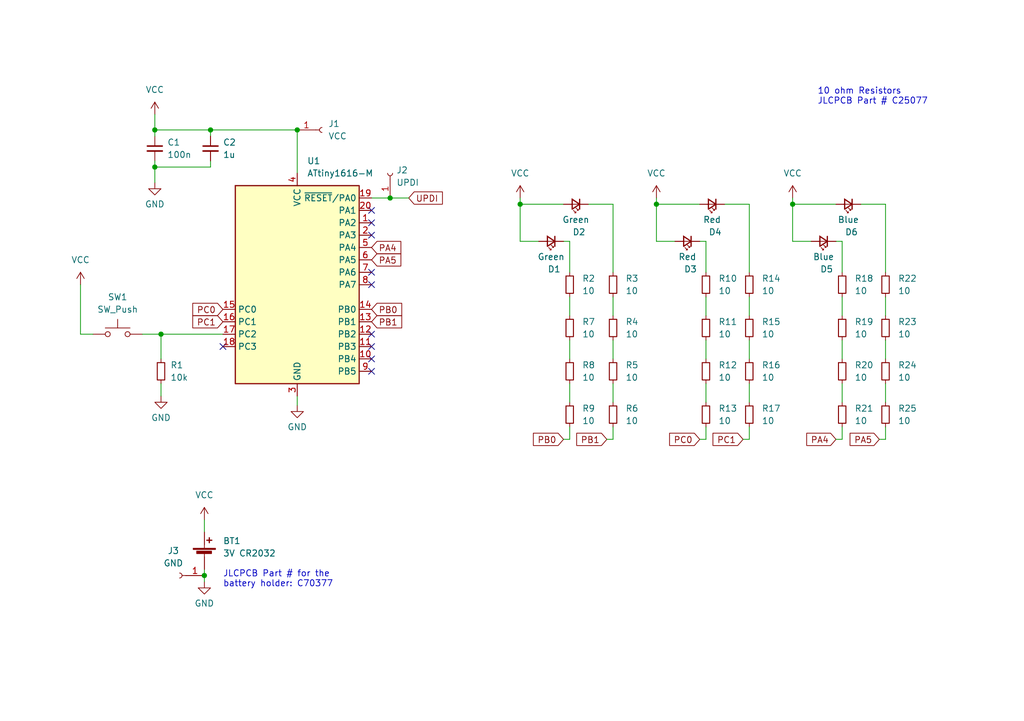
<source format=kicad_sch>
(kicad_sch (version 20211123) (generator eeschema)
  (paper "A5")
  (title_block (title "tiny-osean") (date "2022-11-21") (rev "B") (company "gluonsmx"))
  (lib_symbols
    (symbol "Connector:Conn_01x01_Female" (pin_names (offset 1.016) hide)
      (property "Reference" "J" (at 0 2.54 0))
      (property "Value" "Conn_01x01_Female" (at 0 -2.54 0))
      (symbol "Conn_01x01_Female_1_1"
        (polyline (pts (xy -1.27 0) (xy -0.508 0)) (stroke (width 0.1524)))
        (arc (start 0 0.508) (mid -0.508 0) (end 0 -0.508) (stroke (width 0.1524)))
        (pin passive line (at -5.08 0 0) (length 3.81) (name "Pin_1") (number "1"))
      )
    )
    (symbol "Device:Battery_Cell" (pin_numbers hide) (pin_names (offset 0) hide)
      (property "Reference" "BT" (at 2.54 2.54 0))
      (property "Value" "Battery_Cell" (at 2.54 0 0))
      (symbol "Battery_Cell_0_1"
        (rectangle (start -2.286 1.778) (end 2.286 1.524) (fill (type outline)))
        (rectangle (start -1.5748 1.1938) (end 1.4732 0.6858) (fill (type outline)))
        (polyline (pts (xy 0 0.762) (xy 0 0)))
        (polyline (pts (xy 0 1.778) (xy 0 2.54)))
        (polyline (pts (xy 0.508 3.429) (xy 1.524 3.429)) (stroke (width 0.254)))
        (polyline (pts (xy 1.016 3.937) (xy 1.016 2.921)) (stroke (width 0.254)))
      )
      (symbol "Battery_Cell_1_1"
        (pin passive line (at 0 5.08 270) (length 2.54) (name "+") (number "1"))
        (pin passive line (at 0 -2.54 90) (length 2.54) (name "-") (number "2"))
      )
    )
    (symbol "Device:C_Small" (pin_numbers hide) (pin_names (offset 0.254) hide)
      (property "Reference" "C" (at 0.254 1.778 0))
      (property "Value" "C_Small" (at 0.254 -2.032 0))
      (symbol "C_Small_0_1"
        (polyline (pts (xy -1.524 -0.508) (xy 1.524 -0.508)) (stroke (width 0.3302)))
        (polyline (pts (xy -1.524 0.508) (xy 1.524 0.508)) (stroke (width 0.3048)))
      )
      (symbol "C_Small_1_1"
        (pin passive line (at 0 2.54 270) (length 2.032) (name "~") (number "1"))
        (pin passive line (at 0 -2.54 90) (length 2.032) (name "~") (number "2"))
      )
    )
    (symbol "Device:LED_Small" (pin_numbers hide) (pin_names (offset 0.254) hide)
      (property "Reference" "D" (at -1.27 3.175 0))
      (property "Value" "LED_Small" (at -4.445 -2.54 0))
      (symbol "LED_Small_0_1"
        (polyline (pts (xy -0.762 -1.016) (xy -0.762 1.016)) (stroke (width 0.254)))
        (polyline (pts (xy 1.016 0) (xy -0.762 0)))
        (polyline (pts (xy 0.762 -1.016) (xy -0.762 0) (xy 0.762 1.016) (xy 0.762 -1.016)) (stroke (width 0.254)))
        (polyline (pts (xy 0 0.762) (xy -0.508 1.27) (xy -0.254 1.27) (xy -0.508 1.27) (xy -0.508 1.016)))
        (polyline (pts (xy 0.508 1.27) (xy 0 1.778) (xy 0.254 1.778) (xy 0 1.778) (xy 0 1.524)))
      )
      (symbol "LED_Small_1_1"
        (pin passive line (at -2.54 0 0) (length 1.778) (name "K") (number "1"))
        (pin passive line (at 2.54 0 180) (length 1.778) (name "A") (number "2"))
      )
    )
    (symbol "Device:R_Small" (pin_numbers hide) (pin_names (offset 0.254) hide)
      (property "Reference" "R" (at 0.762 0.508 0))
      (property "Value" "R_Small" (at 0.762 -1.016 0))
      (symbol "R_Small_0_1"
        (rectangle (start -0.762 1.778) (end 0.762 -1.778) (stroke (width 0.2032)))
      )
      (symbol "R_Small_1_1"
        (pin passive line (at 0 2.54 270) (length 0.762) (name "~") (number "1"))
        (pin passive line (at 0 -2.54 90) (length 0.762) (name "~") (number "2"))
      )
    )
    (symbol "MCU_Microchip_ATtiny:ATtiny816-M"
      (property "Reference" "U" (at -12.7 21.59 0))
      (property "Value" "ATtiny816-M" (at 2.54 -21.59 0))
      (symbol "ATtiny816-M_0_1"
        (rectangle (start -12.7 -20.32) (end 12.7 20.32) (stroke (width 0.254)) (fill (type background)))
      )
      (symbol "ATtiny816-M_1_1"
        (pin bidirectional line (at 15.24 12.7 180) (length 2.54) (name "PA2") (number "1"))
        (pin bidirectional line (at 15.24 -15.24 180) (length 2.54) (name "PB4") (number "10"))
        (pin bidirectional line (at 15.24 -12.7 180) (length 2.54) (name "PB3") (number "11"))
        (pin bidirectional line (at 15.24 -10.16 180) (length 2.54) (name "PB2") (number "12"))
        (pin bidirectional line (at 15.24 -7.62 180) (length 2.54) (name "PB1") (number "13"))
        (pin bidirectional line (at 15.24 -5.08 180) (length 2.54) (name "PB0") (number "14"))
        (pin bidirectional line (at -15.24 -5.08 0) (length 2.54) (name "PC0") (number "15"))
        (pin bidirectional line (at -15.24 -7.62 0) (length 2.54) (name "PC1") (number "16"))
        (pin bidirectional line (at -15.24 -10.16 0) (length 2.54) (name "PC2") (number "17"))
        (pin bidirectional line (at -15.24 -12.7 0) (length 2.54) (name "PC3") (number "18"))
        (pin bidirectional line (at 15.24 17.78 180) (length 2.54) (name "~{RESET}/PA0") (number "19"))
        (pin bidirectional line (at 15.24 10.16 180) (length 2.54) (name "PA3") (number "2"))
        (pin bidirectional line (at 15.24 15.24 180) (length 2.54) (name "PA1") (number "20"))
        (pin passive line (at 0 -22.86 90) (length 2.54) hide (name "GND") (number "21"))
        (pin power_in line (at 0 -22.86 90) (length 2.54) (name "GND") (number "3"))
        (pin power_in line (at 0 22.86 270) (length 2.54) (name "VCC") (number "4"))
        (pin bidirectional line (at 15.24 7.62 180) (length 2.54) (name "PA4") (number "5"))
        (pin bidirectional line (at 15.24 5.08 180) (length 2.54) (name "PA5") (number "6"))
        (pin bidirectional line (at 15.24 2.54 180) (length 2.54) (name "PA6") (number "7"))
        (pin bidirectional line (at 15.24 0 180) (length 2.54) (name "PA7") (number "8"))
        (pin bidirectional line (at 15.24 -17.78 180) (length 2.54) (name "PB5") (number "9"))
      )
    )
    (symbol "Switch:SW_Push" (pin_numbers hide) (pin_names (offset 1.016) hide)
      (property "Reference" "SW" (at 1.27 2.54 0))
      (property "Value" "SW_Push" (at 0 -1.524 0))
      (symbol "SW_Push_0_1"
        (circle (center -2.032 0) (radius 0.508))
        (polyline (pts (xy 0 1.27) (xy 0 3.048)))
        (polyline (pts (xy 2.54 1.27) (xy -2.54 1.27)))
        (circle (center 2.032 0) (radius 0.508))
        (pin passive line (at -5.08 0 0) (length 2.54) (name "1") (number "1"))
        (pin passive line (at 5.08 0 180) (length 2.54) (name "2") (number "2"))
      )
    )
    (symbol "power:GND" (power) (pin_names (offset 0))
      (property "Value" "GND" (at 0 -3.81 0))
      (symbol "GND_0_1"
        (polyline (pts (xy 0 0) (xy 0 -1.27) (xy 1.27 -1.27) (xy 0 -2.54) (xy -1.27 -1.27) (xy 0 -1.27)))
      )
      (symbol "GND_1_1"
        (pin power_in line (at 0 0 270) (length 0) hide (name "GND") (number "1"))
      )
    )
    (symbol "power:VCC" (power) (pin_names (offset 0))
      (property "Value" "VCC" (at 0 3.81 0))
      (symbol "VCC_0_1"
        (polyline (pts (xy -0.762 1.27) (xy 0 2.54)))
        (polyline (pts (xy 0 0) (xy 0 2.54)))
        (polyline (pts (xy 0 2.54) (xy 0.762 1.27)))
      )
      (symbol "VCC_1_1"
        (pin power_in line (at 0 0 90) (length 0) hide (name "VCC") (number "1"))
      )
    )
  )
  (junction (at 162.56 41.91))
  (junction (at 33.02 68.58))
  (junction (at 31.75 34.29))
  (junction (at 134.62 41.91))
  (junction (at 106.68 41.91))
  (junction (at 43.18 26.67))
  (junction (at 31.75 26.67))
  (junction (at 60.96 26.67))
  (junction (at 80.01 40.64))
  (junction (at 41.91 118.11))
  (no_connect (at 45.72 71.12))
  (no_connect (at 76.2 73.66))
  (no_connect (at 76.2 76.2))
  (no_connect (at 76.2 48.26))
  (no_connect (at 76.2 43.18))
  (no_connect (at 76.2 45.72))
  (no_connect (at 76.2 68.58))
  (no_connect (at 76.2 71.12))
  (no_connect (at 76.2 58.42))
  (no_connect (at 76.2 55.88))
  (wire (pts (xy 172.72 60.96) (xy 172.72 64.77)))
  (wire (pts (xy 134.62 41.91) (xy 143.51 41.91)))
  (wire (pts (xy 31.75 23.495) (xy 31.75 26.67)))
  (wire (pts (xy 181.61 78.74) (xy 181.61 82.55)))
  (wire (pts (xy 172.72 78.74) (xy 172.72 82.55)))
  (wire (pts (xy 144.78 87.63) (xy 144.78 90.17)))
  (wire (pts (xy 31.75 33.02) (xy 31.75 34.29)))
  (wire (pts (xy 134.62 40.64) (xy 134.62 41.91)))
  (wire (pts (xy 80.01 40.64) (xy 76.2 40.64)))
  (wire (pts (xy 31.75 26.67) (xy 43.18 26.67)))
  (wire (pts (xy 43.18 34.29) (xy 43.18 33.02)))
  (wire (pts (xy 125.73 90.17) (xy 124.46 90.17)))
  (wire (pts (xy 120.65 41.91) (xy 125.73 41.91)))
  (wire (pts (xy 144.78 90.17) (xy 143.51 90.17)))
  (wire (pts (xy 181.61 87.63) (xy 181.61 90.17)))
  (wire (pts (xy 153.67 69.85) (xy 153.67 73.66)))
  (wire (pts (xy 106.68 40.64) (xy 106.68 41.91)))
  (wire (pts (xy 125.73 41.91) (xy 125.73 55.88)))
  (wire (pts (xy 171.45 49.53) (xy 172.72 49.53)))
  (wire (pts (xy 41.91 118.11) (xy 41.91 119.38)))
  (wire (pts (xy 153.67 87.63) (xy 153.67 90.17)))
  (wire (pts (xy 60.96 26.67) (xy 43.18 26.67)))
  (wire (pts (xy 144.78 69.85) (xy 144.78 73.66)))
  (wire (pts (xy 162.56 41.91) (xy 162.56 49.53)))
  (wire (pts (xy 60.96 81.28) (xy 60.96 83.185)))
  (wire (pts (xy 162.56 40.64) (xy 162.56 41.91)))
  (wire (pts (xy 172.72 87.63) (xy 172.72 90.17)))
  (wire (pts (xy 116.84 87.63) (xy 116.84 90.17)))
  (wire (pts (xy 162.56 49.53) (xy 166.37 49.53)))
  (wire (pts (xy 134.62 41.91) (xy 134.62 49.53)))
  (wire (pts (xy 134.62 49.53) (xy 138.43 49.53)))
  (wire (pts (xy 116.84 49.53) (xy 116.84 55.88)))
  (wire (pts (xy 41.91 106.68) (xy 41.91 109.22)))
  (wire (pts (xy 144.78 60.96) (xy 144.78 64.77)))
  (wire (pts (xy 172.72 90.17) (xy 171.45 90.17)))
  (wire (pts (xy 144.78 49.53) (xy 144.78 55.88)))
  (wire (pts (xy 106.68 49.53) (xy 110.49 49.53)))
  (wire (pts (xy 31.75 34.29) (xy 31.75 37.465)))
  (wire (pts (xy 116.84 60.96) (xy 116.84 64.77)))
  (wire (pts (xy 172.72 49.53) (xy 172.72 55.88)))
  (wire (pts (xy 153.67 60.96) (xy 153.67 64.77)))
  (wire (pts (xy 43.18 26.67) (xy 43.18 27.94)))
  (wire (pts (xy 31.75 27.94) (xy 31.75 26.67)))
  (wire (pts (xy 181.61 60.96) (xy 181.61 64.77)))
  (wire (pts (xy 115.57 49.53) (xy 116.84 49.53)))
  (wire (pts (xy 176.53 41.91) (xy 181.61 41.91)))
  (wire (pts (xy 144.78 78.74) (xy 144.78 82.55)))
  (wire (pts (xy 181.61 90.17) (xy 180.34 90.17)))
  (wire (pts (xy 41.91 116.84) (xy 41.91 118.11)))
  (wire (pts (xy 172.72 69.85) (xy 172.72 73.66)))
  (wire (pts (xy 143.51 49.53) (xy 144.78 49.53)))
  (wire (pts (xy 106.68 41.91) (xy 115.57 41.91)))
  (wire (pts (xy 153.67 78.74) (xy 153.67 82.55)))
  (wire (pts (xy 153.67 90.17) (xy 152.4 90.17)))
  (wire (pts (xy 31.75 34.29) (xy 43.18 34.29)))
  (wire (pts (xy 125.73 87.63) (xy 125.73 90.17)))
  (wire (pts (xy 162.56 41.91) (xy 171.45 41.91)))
  (wire (pts (xy 80.01 40.64) (xy 83.82 40.64)))
  (wire (pts (xy 60.96 35.56) (xy 60.96 26.67)))
  (wire (pts (xy 181.61 69.85) (xy 181.61 73.66)))
  (wire (pts (xy 116.84 78.74) (xy 116.84 82.55)))
  (wire (pts (xy 125.73 78.74) (xy 125.73 82.55)))
  (wire (pts (xy 33.02 73.66) (xy 33.02 68.58)))
  (wire (pts (xy 33.02 78.74) (xy 33.02 81.28)))
  (wire (pts (xy 16.51 58.42) (xy 16.51 68.58)))
  (wire (pts (xy 116.84 69.85) (xy 116.84 73.66)))
  (wire (pts (xy 116.84 90.17) (xy 115.57 90.17)))
  (wire (pts (xy 33.02 68.58) (xy 45.72 68.58)))
  (wire (pts (xy 148.59 41.91) (xy 153.67 41.91)))
  (wire (pts (xy 181.61 41.91) (xy 181.61 55.88)))
  (wire (pts (xy 125.73 60.96) (xy 125.73 64.77)))
  (wire (pts (xy 153.67 41.91) (xy 153.67 55.88)))
  (wire (pts (xy 16.51 68.58) (xy 19.05 68.58)))
  (wire (pts (xy 125.73 69.85) (xy 125.73 73.66)))
  (wire (pts (xy 29.21 68.58) (xy 33.02 68.58)))
  (wire (pts (xy 106.68 41.91) (xy 106.68 49.53)))
  (text "10 ohm Resistors\nJLCPCB Part # C25077" (at 167.64 21.59 0) (effects (font (size 1.27 1.27)) (justify left bottom)))
  (text "JLCPCB Part # for the \nbattery holder: C70377" (at 45.72 120.65 0) (effects (font (size 1.27 1.27)) (justify left bottom)))
  (global_label "PB1" (shape input) (at 124.46 90.17 180) (property "Intersheet References" "${INTERSHEET_REFS}" (effects hide)))
  (global_label "PB1" (shape input) (at 76.2 66.04 0) (property "Intersheet References" "${INTERSHEET_REFS}" (effects hide)))
  (global_label "PC0" (shape input) (at 45.72 63.5 180) (property "Intersheet References" "${INTERSHEET_REFS}" (effects hide)))
  (global_label "PC1" (shape input) (at 45.72 66.04 180) (property "Intersheet References" "${INTERSHEET_REFS}" (effects hide)))
  (global_label "UPDI" (shape input) (at 83.82 40.64 0) (property "Intersheet References" "${INTERSHEET_REFS}" (effects hide)))
  (global_label "PA5" (shape input) (at 76.2 53.34 0) (property "Intersheet References" "${INTERSHEET_REFS}" (effects hide)))
  (global_label "PC0" (shape input) (at 143.51 90.17 180) (property "Intersheet References" "${INTERSHEET_REFS}" (effects hide)))
  (global_label "PA4" (shape input) (at 76.2 50.8 0) (property "Intersheet References" "${INTERSHEET_REFS}" (effects hide)))
  (global_label "PB0" (shape input) (at 76.2 63.5 0) (property "Intersheet References" "${INTERSHEET_REFS}" (effects hide)))
  (global_label "PA4" (shape input) (at 171.45 90.17 180) (property "Intersheet References" "${INTERSHEET_REFS}" (effects hide)))
  (global_label "PB0" (shape input) (at 115.57 90.17 180) (property "Intersheet References" "${INTERSHEET_REFS}" (effects hide)))
  (global_label "PA5" (shape input) (at 180.34 90.17 180) (property "Intersheet References" "${INTERSHEET_REFS}" (effects hide)))
  (global_label "PC1" (shape input) (at 152.4 90.17 180) (property "Intersheet References" "${INTERSHEET_REFS}" (effects hide)))
  (symbol (lib_id "Switch:SW_Push") (at 24.13 68.58 0) (unit 1)
    (property "Reference" "SW1" (at 24.13 60.96 0))
    (property "Value" "SW_Push" (at 24.13 63.5 0))
    (property "Footprint" "Button_Switch_SMD:SW_Push_1P1T_NO_CK_KSC6xxJ" (effects hide))
    (property "LCSC" "C318884" (effects hide))
  )
  (symbol (lib_id "Device:C_Small") (at 31.75 30.48 0) (unit 1)
    (property "Reference" "C1" (at 34.29 29.2162 0) (effects (justify left)))
    (property "Value" "100n" (at 34.29 31.7562 0) (effects (justify left)))
    (property "Footprint" "Capacitor_SMD:C_0402_1005Metric" (effects hide))
    (property "LCSC" "C307331" (effects hide))
  )
  (symbol (lib_id "Device:R_Small") (at 153.67 85.09 0) (unit 1)
    (property "Reference" "R17" (at 156.21 83.8199 0) (effects (justify left)))
    (property "Value" "10" (at 156.21 86.3599 0) (effects (justify left)))
    (property "Footprint" "Resistor_SMD:R_0402_1005Metric" (effects hide))
    (property "LCSC" "C25077" (effects hide))
  )
  (symbol (lib_id "Device:R_Small") (at 116.84 85.09 0) (unit 1)
    (property "Reference" "R9" (at 119.38 83.8199 0) (effects (justify left)))
    (property "Value" "10" (at 119.38 86.3599 0) (effects (justify left)))
    (property "Footprint" "Resistor_SMD:R_0402_1005Metric" (effects hide))
    (property "LCSC" "C25077" (effects hide))
  )
  (symbol (lib_id "power:GND") (at 31.75 37.465 0) (unit 1)
    (property "Reference" "#PWR03" (effects hide))
    (property "Value" "GND" (at 31.75 41.91 0))
  )
  (symbol (lib_id "Device:R_Small") (at 181.61 85.09 0) (unit 1)
    (property "Reference" "R25" (at 184.15 83.8199 0) (effects (justify left)))
    (property "Value" "10" (at 184.15 86.3599 0) (effects (justify left)))
    (property "Footprint" "Resistor_SMD:R_0402_1005Metric" (effects hide))
    (property "LCSC" "C25077" (effects hide))
  )
  (symbol (lib_id "Device:LED_Small") (at 118.11 41.91 180) (unit 1)
    (property "Reference" "D2" (at 118.745 47.625 0))
    (property "Value" "Green" (at 118.11 45.085 0))
    (property "Footprint" "Capacitor_SMD:C_0805_2012Metric_Pad1.18x1.45mm_HandSolder" (effects hide))
    (property "LCSC" "C2296" (effects hide))
  )
  (symbol (lib_id "power:VCC") (at 134.62 40.64 0) (unit 1)
    (property "Reference" "#PWR0104" (effects hide))
    (property "Value" "VCC" (at 134.62 35.56 0))
  )
  (symbol (lib_id "power:VCC") (at 106.68 40.64 0) (unit 1)
    (property "Reference" "#PWR0105" (effects hide))
    (property "Value" "VCC" (at 106.68 35.56 0))
  )
  (symbol (lib_id "Device:LED_Small") (at 113.03 49.53 180) (unit 1)
    (property "Reference" "D1" (at 113.665 55.245 0))
    (property "Value" "Green" (at 113.03 52.705 0))
    (property "Footprint" "Capacitor_SMD:C_0805_2012Metric_Pad1.18x1.45mm_HandSolder" (effects hide))
    (property "LCSC" "C2296" (effects hide))
  )
  (symbol (lib_id "Device:R_Small") (at 144.78 85.09 0) (unit 1)
    (property "Reference" "R13" (at 147.32 83.8199 0) (effects (justify left)))
    (property "Value" "10" (at 147.32 86.3599 0) (effects (justify left)))
    (property "Footprint" "Resistor_SMD:R_0402_1005Metric" (effects hide))
    (property "LCSC" "C25077" (effects hide))
  )
  (symbol (lib_id "Device:R_Small") (at 144.78 67.31 0) (unit 1)
    (property "Reference" "R11" (at 147.32 66.0399 0) (effects (justify left)))
    (property "Value" "10" (at 147.32 68.5799 0) (effects (justify left)))
    (property "Footprint" "Resistor_SMD:R_0402_1005Metric" (effects hide))
    (property "LCSC" "C25077" (effects hide))
  )
  (symbol (lib_id "power:VCC") (at 16.51 58.42 0) (unit 1)
    (property "Reference" "#PWR01" (effects hide))
    (property "Value" "VCC" (at 16.51 53.34 0))
  )
  (symbol (lib_id "Device:R_Small") (at 181.61 67.31 0) (unit 1)
    (property "Reference" "R23" (at 184.15 66.0399 0) (effects (justify left)))
    (property "Value" "10" (at 184.15 68.5799 0) (effects (justify left)))
    (property "Footprint" "Resistor_SMD:R_0402_1005Metric" (effects hide))
    (property "LCSC" "C25077" (effects hide))
  )
  (symbol (lib_id "Device:LED_Small") (at 146.05 41.91 180) (unit 1)
    (property "Reference" "D4" (at 146.685 47.625 0))
    (property "Value" "Red" (at 146.05 45.085 0))
    (property "Footprint" "Capacitor_SMD:C_0805_2012Metric_Pad1.18x1.45mm_HandSolder" (effects hide))
    (property "LCSC" "C2296" (effects hide))
  )
  (symbol (lib_id "Device:R_Small") (at 125.73 67.31 0) (unit 1)
    (property "Reference" "R4" (at 128.27 66.0399 0) (effects (justify left)))
    (property "Value" "10" (at 128.27 68.5799 0) (effects (justify left)))
    (property "Footprint" "Resistor_SMD:R_0402_1005Metric" (effects hide))
    (property "LCSC" "C25077" (effects hide))
  )
  (symbol (lib_id "power:VCC") (at 162.56 40.64 0) (unit 1)
    (property "Reference" "#PWR0103" (effects hide))
    (property "Value" "VCC" (at 162.56 35.56 0))
  )
  (symbol (lib_id "Device:Battery_Cell") (at 41.91 114.3 0) (unit 1)
    (property "Reference" "BT1" (at 45.72 110.9979 0) (effects (justify left)))
    (property "Value" "3V CR2032" (at 45.72 113.5379 0) (effects (justify left)))
    (property "Footprint" "tiny-osean:CR2032 Holder" (effects hide))
    (property "LCSC" "C70377" (effects hide))
  )
  (symbol (lib_id "Device:LED_Small") (at 173.99 41.91 180) (unit 1)
    (property "Reference" "D6" (at 174.625 47.625 0))
    (property "Value" "Blue" (at 173.99 45.085 0))
    (property "Footprint" "Capacitor_SMD:C_0805_2012Metric_Pad1.18x1.45mm_HandSolder" (effects hide))
    (property "LCSC" "C2296" (effects hide))
  )
  (symbol (lib_id "Device:C_Small") (at 43.18 30.48 0) (unit 1)
    (property "Reference" "C2" (at 45.72 29.2162 0) (effects (justify left)))
    (property "Value" "1u" (at 45.72 31.7562 0) (effects (justify left)))
    (property "Footprint" "Capacitor_SMD:C_0603_1608Metric" (effects hide))
    (property "LCSC" "C15849" (effects hide))
  )
  (symbol (lib_id "MCU_Microchip_ATtiny:ATtiny816-M") (at 60.96 58.42 0) (unit 1)
    (property "Reference" "U1" (at 62.9794 33.02 0) (effects (justify left)))
    (property "Value" "ATtiny1616-M" (at 62.9794 35.56 0) (effects (justify left)))
    (property "Footprint" "Package_DFN_QFN:VQFN-20-1EP_3x3mm_P0.4mm_EP1.7x1.7mm" (effects hide))
    (property "Datasheet" "http://ww1.microchip.com/downloads/en/DeviceDoc/40001913A.pdf" (effects hide))
    (property "LCSC" "C507118" (effects hide))
  )
  (symbol (lib_id "power:VCC") (at 31.75 23.495 0) (unit 1)
    (property "Reference" "#PWR02" (effects hide))
    (property "Value" "VCC" (at 31.75 18.415 0))
  )
  (symbol (lib_id "Device:R_Small") (at 125.73 58.42 0) (unit 1)
    (property "Reference" "R3" (at 128.27 57.1499 0) (effects (justify left)))
    (property "Value" "10" (at 128.27 59.6899 0) (effects (justify left)))
    (property "Footprint" "Resistor_SMD:R_0402_1005Metric" (effects hide))
    (property "LCSC" "C25077" (effects hide))
  )
  (symbol (lib_id "Device:R_Small") (at 125.73 85.09 0) (unit 1)
    (property "Reference" "R6" (at 128.27 83.8199 0) (effects (justify left)))
    (property "Value" "10" (at 128.27 86.3599 0) (effects (justify left)))
    (property "Footprint" "Resistor_SMD:R_0402_1005Metric" (effects hide))
    (property "LCSC" "C25077" (effects hide))
  )
  (symbol (lib_id "power:GND") (at 33.02 81.28 0) (unit 1)
    (property "Reference" "#PWR04" (effects hide))
    (property "Value" "GND" (at 33.02 85.725 0))
  )
  (symbol (lib_id "Device:R_Small") (at 153.67 67.31 0) (unit 1)
    (property "Reference" "R15" (at 156.21 66.0399 0) (effects (justify left)))
    (property "Value" "10" (at 156.21 68.5799 0) (effects (justify left)))
    (property "Footprint" "Resistor_SMD:R_0402_1005Metric" (effects hide))
    (property "LCSC" "C25077" (effects hide))
  )
  (symbol (lib_id "power:GND") (at 41.91 119.38 0) (unit 1)
    (property "Reference" "#PWR0102" (effects hide))
    (property "Value" "GND" (at 41.91 123.825 0))
  )
  (symbol (lib_id "Connector:Conn_01x01_Female") (at 80.01 35.56 90) (unit 1)
    (property "Reference" "J2" (at 81.28 34.9249 90) (effects (justify right)))
    (property "Value" "UPDI" (at 81.28 37.4649 90) (effects (justify right)))
    (property "Footprint" "Connector_PinHeader_2.54mm:PinHeader_1x01_P2.54mm_Vertical" (effects hide))
  )
  (symbol (lib_id "power:VCC") (at 41.91 106.68 0) (unit 1)
    (property "Reference" "#PWR0101" (effects hide))
    (property "Value" "VCC" (at 41.91 101.6 0))
  )
  (symbol (lib_id "Device:R_Small") (at 181.61 76.2 0) (unit 1)
    (property "Reference" "R24" (at 184.15 74.9299 0) (effects (justify left)))
    (property "Value" "10" (at 184.15 77.4699 0) (effects (justify left)))
    (property "Footprint" "Resistor_SMD:R_0402_1005Metric" (effects hide))
    (property "LCSC" "C25077" (effects hide))
  )
  (symbol (lib_id "Connector:Conn_01x01_Female") (at 36.83 118.11 180) (unit 1)
    (property "Reference" "J3" (at 35.56 113.03 0))
    (property "Value" "GND" (at 35.56 115.57 0))
    (property "Footprint" "Connector_PinHeader_2.54mm:PinHeader_1x01_P2.54mm_Vertical" (effects hide))
  )
  (symbol (lib_id "power:GND") (at 60.96 83.185 0) (unit 1)
    (property "Reference" "#PWR05" (effects hide))
    (property "Value" "GND" (at 60.96 87.63 0))
  )
  (symbol (lib_id "Device:R_Small") (at 125.73 76.2 0) (unit 1)
    (property "Reference" "R5" (at 128.27 74.9299 0) (effects (justify left)))
    (property "Value" "10" (at 128.27 77.4699 0) (effects (justify left)))
    (property "Footprint" "Resistor_SMD:R_0402_1005Metric" (effects hide))
    (property "LCSC" "C25077" (effects hide))
  )
  (symbol (lib_id "Device:R_Small") (at 144.78 76.2 0) (unit 1)
    (property "Reference" "R12" (at 147.32 74.9299 0) (effects (justify left)))
    (property "Value" "10" (at 147.32 77.4699 0) (effects (justify left)))
    (property "Footprint" "Resistor_SMD:R_0402_1005Metric" (effects hide))
    (property "LCSC" "C25077" (effects hide))
  )
  (symbol (lib_id "Device:R_Small") (at 33.02 76.2 0) (unit 1)
    (property "Reference" "R1" (at 34.925 74.9299 0) (effects (justify left)))
    (property "Value" "10k" (at 34.925 77.4699 0) (effects (justify left)))
    (property "Footprint" "Resistor_SMD:R_0603_1608Metric" (effects hide))
    (property "LCSC" "C25804" (effects hide))
  )
  (symbol (lib_id "Device:R_Small") (at 172.72 58.42 0) (unit 1)
    (property "Reference" "R18" (at 175.26 57.1499 0) (effects (justify left)))
    (property "Value" "10" (at 175.26 59.6899 0) (effects (justify left)))
    (property "Footprint" "Resistor_SMD:R_0402_1005Metric" (effects hide))
    (property "LCSC" "C25077" (effects hide))
  )
  (symbol (lib_id "Device:R_Small") (at 116.84 58.42 0) (unit 1)
    (property "Reference" "R2" (at 119.38 57.1499 0) (effects (justify left)))
    (property "Value" "10" (at 119.38 59.6899 0) (effects (justify left)))
    (property "Footprint" "Resistor_SMD:R_0402_1005Metric" (effects hide))
    (property "LCSC" "C25077" (effects hide))
  )
  (symbol (lib_id "Device:R_Small") (at 153.67 76.2 0) (unit 1)
    (property "Reference" "R16" (at 156.21 74.9299 0) (effects (justify left)))
    (property "Value" "10" (at 156.21 77.4699 0) (effects (justify left)))
    (property "Footprint" "Resistor_SMD:R_0402_1005Metric" (effects hide))
    (property "LCSC" "C25077" (effects hide))
  )
  (symbol (lib_id "Device:LED_Small") (at 140.97 49.53 180) (unit 1)
    (property "Reference" "D3" (at 141.605 55.245 0))
    (property "Value" "Red" (at 140.97 52.705 0))
    (property "Footprint" "Capacitor_SMD:C_0805_2012Metric_Pad1.18x1.45mm_HandSolder" (effects hide))
    (property "LCSC" "C2296" (effects hide))
  )
  (symbol (lib_id "Device:R_Small") (at 172.72 85.09 0) (unit 1)
    (property "Reference" "R21" (at 175.26 83.8199 0) (effects (justify left)))
    (property "Value" "10" (at 175.26 86.3599 0) (effects (justify left)))
    (property "Footprint" "Resistor_SMD:R_0402_1005Metric" (effects hide))
    (property "LCSC" "C25077" (effects hide))
  )
  (symbol (lib_id "Device:R_Small") (at 172.72 76.2 0) (unit 1)
    (property "Reference" "R20" (at 175.26 74.9299 0) (effects (justify left)))
    (property "Value" "10" (at 175.26 77.4699 0) (effects (justify left)))
    (property "Footprint" "Resistor_SMD:R_0402_1005Metric" (effects hide))
    (property "LCSC" "C25077" (effects hide))
  )
  (symbol (lib_id "Device:R_Small") (at 116.84 67.31 0) (unit 1)
    (property "Reference" "R7" (at 119.38 66.0399 0) (effects (justify left)))
    (property "Value" "10" (at 119.38 68.5799 0) (effects (justify left)))
    (property "Footprint" "Resistor_SMD:R_0402_1005Metric" (effects hide))
    (property "LCSC" "C25077" (effects hide))
  )
  (symbol (lib_id "Connector:Conn_01x01_Female") (at 66.04 26.67 0) (unit 1)
    (property "Reference" "J1" (at 67.31 25.3999 0) (effects (justify left)))
    (property "Value" "VCC" (at 67.31 27.9399 0) (effects (justify left)))
    (property "Footprint" "Connector_PinHeader_2.54mm:PinHeader_1x01_P2.54mm_Vertical" (effects hide))
  )
  (symbol (lib_id "Device:R_Small") (at 144.78 58.42 0) (unit 1)
    (property "Reference" "R10" (at 147.32 57.1499 0) (effects (justify left)))
    (property "Value" "10" (at 147.32 59.6899 0) (effects (justify left)))
    (property "Footprint" "Resistor_SMD:R_0402_1005Metric" (effects hide))
    (property "LCSC" "C25077" (effects hide))
  )
  (symbol (lib_id "Device:R_Small") (at 181.61 58.42 0) (unit 1)
    (property "Reference" "R22" (at 184.15 57.1499 0) (effects (justify left)))
    (property "Value" "10" (at 184.15 59.6899 0) (effects (justify left)))
    (property "Footprint" "Resistor_SMD:R_0402_1005Metric" (effects hide))
    (property "LCSC" "C25077" (effects hide))
  )
  (symbol (lib_id "Device:R_Small") (at 116.84 76.2 0) (unit 1)
    (property "Reference" "R8" (at 119.38 74.9299 0) (effects (justify left)))
    (property "Value" "10" (at 119.38 77.4699 0) (effects (justify left)))
    (property "Footprint" "Resistor_SMD:R_0402_1005Metric" (effects hide))
    (property "LCSC" "C25077" (effects hide))
  )
  (symbol (lib_id "Device:R_Small") (at 172.72 67.31 0) (unit 1)
    (property "Reference" "R19" (at 175.26 66.0399 0) (effects (justify left)))
    (property "Value" "10" (at 175.26 68.5799 0) (effects (justify left)))
    (property "Footprint" "Resistor_SMD:R_0402_1005Metric" (effects hide))
    (property "LCSC" "C25077" (effects hide))
  )
  (symbol (lib_id "Device:R_Small") (at 153.67 58.42 0) (unit 1)
    (property "Reference" "R14" (at 156.21 57.1499 0) (effects (justify left)))
    (property "Value" "10" (at 156.21 59.6899 0) (effects (justify left)))
    (property "Footprint" "Resistor_SMD:R_0402_1005Metric" (effects hide))
    (property "LCSC" "C25077" (effects hide))
  )
  (symbol (lib_id "Device:LED_Small") (at 168.91 49.53 180) (unit 1)
    (property "Reference" "D5" (at 169.545 55.245 0))
    (property "Value" "Blue" (at 168.91 52.705 0))
    (property "Footprint" "Capacitor_SMD:C_0805_2012Metric_Pad1.18x1.45mm_HandSolder" (effects hide))
    (property "LCSC" "C2296" (effects hide))
  )
)
</source>
